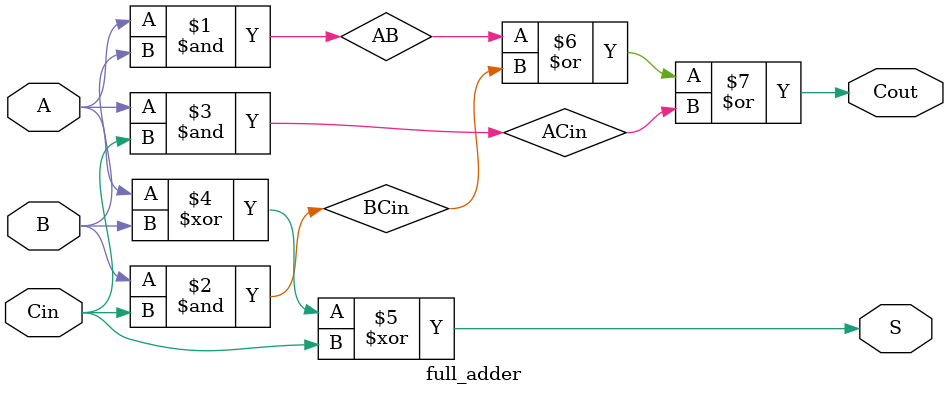
<source format=v>
`timescale 1ns / 1ps

module full_adder (
    input A, B, Cin,
    output S, Cout
 );
    wire AB, BCin, ACin;

    assign AB = A & B;
    assign BCin = B & Cin;
    assign ACin = A & Cin;

    assign S = A ^ B ^ Cin; //Sum

    assign Cout = AB | BCin |  ACin; //Carry
    
endmodule
</source>
